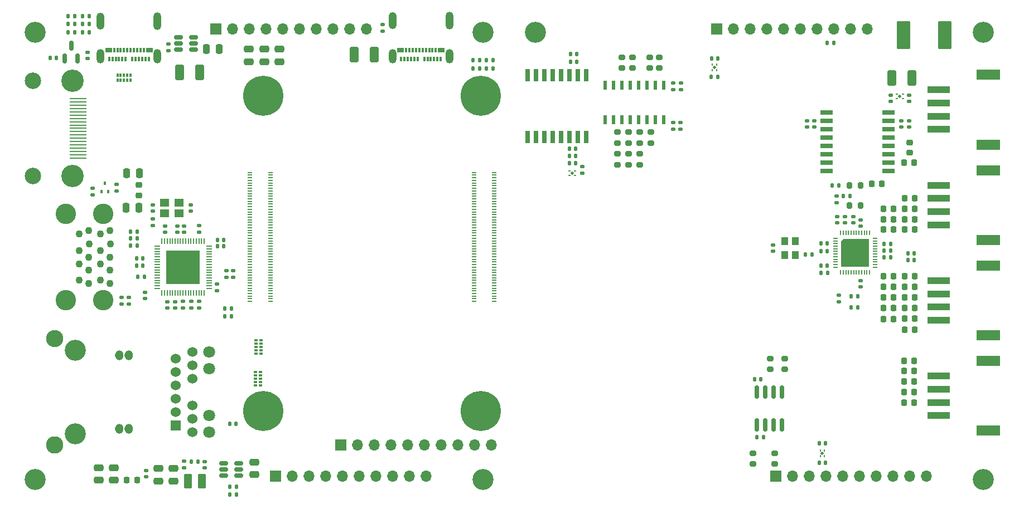
<source format=gbr>
%TF.GenerationSoftware,KiCad,Pcbnew,(6.0.8)*%
%TF.CreationDate,2022-12-14T13:01:19+09:00*%
%TF.ProjectId,audio,61756469-6f2e-46b6-9963-61645f706362,rev?*%
%TF.SameCoordinates,Original*%
%TF.FileFunction,Soldermask,Top*%
%TF.FilePolarity,Negative*%
%FSLAX46Y46*%
G04 Gerber Fmt 4.6, Leading zero omitted, Abs format (unit mm)*
G04 Created by KiCad (PCBNEW (6.0.8)) date 2022-12-14 13:01:19*
%MOMM*%
%LPD*%
G01*
G04 APERTURE LIST*
G04 Aperture macros list*
%AMRoundRect*
0 Rectangle with rounded corners*
0 $1 Rounding radius*
0 $2 $3 $4 $5 $6 $7 $8 $9 X,Y pos of 4 corners*
0 Add a 4 corners polygon primitive as box body*
4,1,4,$2,$3,$4,$5,$6,$7,$8,$9,$2,$3,0*
0 Add four circle primitives for the rounded corners*
1,1,$1+$1,$2,$3*
1,1,$1+$1,$4,$5*
1,1,$1+$1,$6,$7*
1,1,$1+$1,$8,$9*
0 Add four rect primitives between the rounded corners*
20,1,$1+$1,$2,$3,$4,$5,0*
20,1,$1+$1,$4,$5,$6,$7,0*
20,1,$1+$1,$6,$7,$8,$9,0*
20,1,$1+$1,$8,$9,$2,$3,0*%
%AMOutline5P*
0 Free polygon, 5 corners , with rotation*
0 The origin of the aperture is its center*
0 number of corners: always 5*
0 $1 to $10 corner X, Y*
0 $11 Rotation angle, in degrees counterclockwise*
0 create outline with 5 corners*
4,1,5,$1,$2,$3,$4,$5,$6,$7,$8,$9,$10,$1,$2,$11*%
%AMOutline6P*
0 Free polygon, 6 corners , with rotation*
0 The origin of the aperture is its center*
0 number of corners: always 6*
0 $1 to $12 corner X, Y*
0 $13 Rotation angle, in degrees counterclockwise*
0 create outline with 6 corners*
4,1,6,$1,$2,$3,$4,$5,$6,$7,$8,$9,$10,$11,$12,$1,$2,$13*%
%AMOutline7P*
0 Free polygon, 7 corners , with rotation*
0 The origin of the aperture is its center*
0 number of corners: always 7*
0 $1 to $14 corner X, Y*
0 $15 Rotation angle, in degrees counterclockwise*
0 create outline with 7 corners*
4,1,7,$1,$2,$3,$4,$5,$6,$7,$8,$9,$10,$11,$12,$13,$14,$1,$2,$15*%
%AMOutline8P*
0 Free polygon, 8 corners , with rotation*
0 The origin of the aperture is its center*
0 number of corners: always 8*
0 $1 to $16 corner X, Y*
0 $17 Rotation angle, in degrees counterclockwise*
0 create outline with 8 corners*
4,1,8,$1,$2,$3,$4,$5,$6,$7,$8,$9,$10,$11,$12,$13,$14,$15,$16,$1,$2,$17*%
G04 Aperture macros list end*
%ADD10C,3.200000*%
%ADD11RoundRect,0.140000X-0.170000X0.140000X-0.170000X-0.140000X0.170000X-0.140000X0.170000X0.140000X0*%
%ADD12RoundRect,0.200000X0.275000X-0.200000X0.275000X0.200000X-0.275000X0.200000X-0.275000X-0.200000X0*%
%ADD13RoundRect,0.140000X-0.140000X-0.170000X0.140000X-0.170000X0.140000X0.170000X-0.140000X0.170000X0*%
%ADD14RoundRect,0.140000X0.140000X0.170000X-0.140000X0.170000X-0.140000X-0.170000X0.140000X-0.170000X0*%
%ADD15RoundRect,0.135000X-0.135000X-0.185000X0.135000X-0.185000X0.135000X0.185000X-0.135000X0.185000X0*%
%ADD16RoundRect,0.200000X-0.275000X0.200000X-0.275000X-0.200000X0.275000X-0.200000X0.275000X0.200000X0*%
%ADD17RoundRect,0.225000X-0.225000X-0.250000X0.225000X-0.250000X0.225000X0.250000X-0.225000X0.250000X0*%
%ADD18RoundRect,0.250000X0.250000X0.475000X-0.250000X0.475000X-0.250000X-0.475000X0.250000X-0.475000X0*%
%ADD19Outline5P,-0.125000X0.200000X0.000000X0.200000X0.125000X0.075000X0.125000X-0.200000X-0.125000X-0.200000X90.000000*%
%ADD20Outline5P,-0.125000X0.075000X0.000000X0.200000X0.125000X0.200000X0.125000X-0.200000X-0.125000X-0.200000X90.000000*%
%ADD21Outline5P,-0.125000X0.200000X0.125000X0.200000X0.125000X-0.200000X0.000000X-0.200000X-0.125000X-0.075000X90.000000*%
%ADD22Outline5P,-0.125000X0.200000X0.125000X0.200000X0.125000X-0.075000X0.000000X-0.200000X-0.125000X-0.200000X90.000000*%
%ADD23Outline5P,-0.200000X0.200000X0.200000X0.200000X0.200000X-0.200000X-0.120000X-0.200000X-0.200000X-0.120000X135.000000*%
%ADD24RoundRect,0.250000X-0.787500X-1.875000X0.787500X-1.875000X0.787500X1.875000X-0.787500X1.875000X0*%
%ADD25RoundRect,0.150000X0.150000X-0.587500X0.150000X0.587500X-0.150000X0.587500X-0.150000X-0.587500X0*%
%ADD26RoundRect,0.250000X0.475000X-0.250000X0.475000X0.250000X-0.475000X0.250000X-0.475000X-0.250000X0*%
%ADD27RoundRect,0.140000X0.170000X-0.140000X0.170000X0.140000X-0.170000X0.140000X-0.170000X-0.140000X0*%
%ADD28RoundRect,0.150000X-0.512500X-0.150000X0.512500X-0.150000X0.512500X0.150000X-0.512500X0.150000X0*%
%ADD29RoundRect,0.225000X0.225000X0.250000X-0.225000X0.250000X-0.225000X-0.250000X0.225000X-0.250000X0*%
%ADD30R,3.400000X1.000000*%
%ADD31R,3.600000X1.500000*%
%ADD32R,0.300000X0.700000*%
%ADD33R,1.000000X0.700000*%
%ADD34O,1.200000X2.200000*%
%ADD35O,1.200000X2.700000*%
%ADD36O,1.200000X2.600000*%
%ADD37R,1.524000X1.524000*%
%ADD38C,1.524000*%
%ADD39C,1.800000*%
%ADD40O,1.270000X1.524000*%
%ADD41C,2.630000*%
%ADD42C,2.610000*%
%ADD43R,1.400000X1.200000*%
%ADD44RoundRect,0.250000X0.412500X0.925000X-0.412500X0.925000X-0.412500X-0.925000X0.412500X-0.925000X0*%
%ADD45C,6.100000*%
%ADD46R,0.700000X0.200000*%
%ADD47R,0.550000X0.300000*%
%ADD48R,0.550000X0.400000*%
%ADD49RoundRect,0.250000X-0.250000X-0.475000X0.250000X-0.475000X0.250000X0.475000X-0.250000X0.475000X0*%
%ADD50R,1.700000X1.700000*%
%ADD51O,1.700000X1.700000*%
%ADD52Outline5P,-0.125000X0.200000X0.000000X0.200000X0.125000X0.075000X0.125000X-0.200000X-0.125000X-0.200000X0.000000*%
%ADD53Outline5P,-0.125000X0.075000X0.000000X0.200000X0.125000X0.200000X0.125000X-0.200000X-0.125000X-0.200000X0.000000*%
%ADD54Outline5P,-0.125000X0.200000X0.125000X0.200000X0.125000X-0.200000X0.000000X-0.200000X-0.125000X-0.075000X0.000000*%
%ADD55Outline5P,-0.125000X0.200000X0.125000X0.200000X0.125000X-0.075000X0.000000X-0.200000X-0.125000X-0.200000X0.000000*%
%ADD56Outline5P,-0.200000X0.200000X0.200000X0.200000X0.200000X-0.200000X-0.120000X-0.200000X-0.200000X-0.120000X45.000000*%
%ADD57RoundRect,0.225000X0.250000X-0.225000X0.250000X0.225000X-0.250000X0.225000X-0.250000X-0.225000X0*%
%ADD58RoundRect,0.200000X0.200000X0.275000X-0.200000X0.275000X-0.200000X-0.275000X0.200000X-0.275000X0*%
%ADD59C,3.100000*%
%ADD60C,1.100000*%
%ADD61RoundRect,0.250000X-0.412500X-0.925000X0.412500X-0.925000X0.412500X0.925000X-0.412500X0.925000X0*%
%ADD62Outline5P,-0.125000X0.200000X0.000000X0.200000X0.125000X0.075000X0.125000X-0.200000X-0.125000X-0.200000X270.000000*%
%ADD63Outline5P,-0.125000X0.075000X0.000000X0.200000X0.125000X0.200000X0.125000X-0.200000X-0.125000X-0.200000X270.000000*%
%ADD64Outline5P,-0.125000X0.200000X0.125000X0.200000X0.125000X-0.200000X0.000000X-0.200000X-0.125000X-0.075000X270.000000*%
%ADD65Outline5P,-0.125000X0.200000X0.125000X0.200000X0.125000X-0.075000X0.000000X-0.200000X-0.125000X-0.200000X270.000000*%
%ADD66Outline5P,-0.200000X0.200000X0.200000X0.200000X0.200000X-0.200000X-0.120000X-0.200000X-0.200000X-0.120000X315.000000*%
%ADD67R,0.300000X0.550000*%
%ADD68R,0.400000X0.550000*%
%ADD69RoundRect,0.135000X0.135000X0.185000X-0.135000X0.185000X-0.135000X-0.185000X0.135000X-0.185000X0*%
%ADD70RoundRect,0.135000X-0.185000X0.135000X-0.185000X-0.135000X0.185000X-0.135000X0.185000X0.135000X0*%
%ADD71RoundRect,0.218750X-0.256250X0.218750X-0.256250X-0.218750X0.256250X-0.218750X0.256250X0.218750X0*%
%ADD72Outline5P,-0.125000X0.200000X0.000000X0.200000X0.125000X0.075000X0.125000X-0.200000X-0.125000X-0.200000X180.000000*%
%ADD73Outline5P,-0.125000X0.075000X0.000000X0.200000X0.125000X0.200000X0.125000X-0.200000X-0.125000X-0.200000X180.000000*%
%ADD74Outline5P,-0.125000X0.200000X0.125000X0.200000X0.125000X-0.200000X0.000000X-0.200000X-0.125000X-0.075000X180.000000*%
%ADD75Outline5P,-0.125000X0.200000X0.125000X0.200000X0.125000X-0.075000X0.000000X-0.200000X-0.125000X-0.200000X180.000000*%
%ADD76Outline5P,-0.200000X0.200000X0.200000X0.200000X0.200000X-0.200000X-0.120000X-0.200000X-0.200000X-0.120000X225.000000*%
%ADD77RoundRect,0.135000X0.185000X-0.135000X0.185000X0.135000X-0.185000X0.135000X-0.185000X-0.135000X0*%
%ADD78RoundRect,0.150000X0.150000X-0.825000X0.150000X0.825000X-0.150000X0.825000X-0.150000X-0.825000X0*%
%ADD79R,0.400000X0.510000*%
%ADD80R,2.600000X0.280000*%
%ADD81C,3.400000*%
%ADD82C,2.500000*%
%ADD83R,0.558000X1.391399*%
%ADD84R,0.800000X0.200000*%
%ADD85R,0.200000X0.800000*%
%ADD86Outline5P,-2.100000X1.750000X-1.750000X2.100000X2.100000X2.100000X2.100000X-2.100000X-2.100000X-2.100000X0.000000*%
%ADD87RoundRect,0.218750X0.218750X0.256250X-0.218750X0.256250X-0.218750X-0.256250X0.218750X-0.256250X0*%
%ADD88RoundRect,0.200000X-0.200000X-0.275000X0.200000X-0.275000X0.200000X0.275000X-0.200000X0.275000X0*%
%ADD89RoundRect,0.150000X0.512500X0.150000X-0.512500X0.150000X-0.512500X-0.150000X0.512500X-0.150000X0*%
%ADD90R,1.925000X0.650000*%
%ADD91R,1.100000X1.300000*%
%ADD92RoundRect,0.050000X0.050000X-0.362500X0.050000X0.362500X-0.050000X0.362500X-0.050000X-0.362500X0*%
%ADD93RoundRect,0.050000X0.362500X-0.050000X0.362500X0.050000X-0.362500X0.050000X-0.362500X-0.050000X0*%
%ADD94R,5.200000X5.200000*%
%ADD95RoundRect,0.250000X0.375000X0.850000X-0.375000X0.850000X-0.375000X-0.850000X0.375000X-0.850000X0*%
%ADD96R,0.650000X1.925000*%
G04 APERTURE END LIST*
D10*
%TO.C,REF\u002A\u002A*%
X147500000Y-71500000D03*
%TD*%
%TO.C,REF\u002A\u002A*%
X147500000Y-3500000D03*
%TD*%
%TO.C,REF\u002A\u002A*%
X79500000Y-3500000D03*
%TD*%
%TO.C,REF\u002A\u002A*%
X71500000Y-3500000D03*
%TD*%
%TO.C,REF\u002A\u002A*%
X71500000Y-71500000D03*
%TD*%
%TO.C,REF\u002A\u002A*%
X3500000Y-71500000D03*
%TD*%
%TO.C,REF\u002A\u002A*%
X3500000Y-3500000D03*
%TD*%
D11*
%TO.C,C10*%
X28400000Y-44420000D03*
X28400000Y-45380000D03*
%TD*%
D12*
%TO.C,R53*%
X91900000Y-20325000D03*
X91900000Y-18675000D03*
%TD*%
D13*
%TO.C,C62*%
X113120000Y-65000000D03*
X114080000Y-65000000D03*
%TD*%
D14*
%TO.C,C78*%
X123537500Y-66010000D03*
X122577500Y-66010000D03*
%TD*%
D15*
%TO.C,R1*%
X33090000Y-73800000D03*
X34110000Y-73800000D03*
%TD*%
D16*
%TO.C,R43*%
X96800000Y-7275000D03*
X96800000Y-8925000D03*
%TD*%
D13*
%TO.C,C51*%
X136020000Y-38100000D03*
X136980000Y-38100000D03*
%TD*%
D17*
%TO.C,C87*%
X135525000Y-33500000D03*
X137075000Y-33500000D03*
%TD*%
D18*
%TO.C,C8*%
X19250000Y-30200000D03*
X17350000Y-30200000D03*
%TD*%
D13*
%TO.C,C57*%
X132420000Y-35680000D03*
X133380000Y-35680000D03*
%TD*%
D19*
%TO.C,U12*%
X85530000Y-25210000D03*
D20*
X85530000Y-24560000D03*
D21*
X84630000Y-24560000D03*
D22*
X84630000Y-25210000D03*
D23*
X85080000Y-24885000D03*
%TD*%
D24*
%TO.C,C79*%
X135387500Y-3900000D03*
X141612500Y-3900000D03*
%TD*%
D17*
%TO.C,C106*%
X135425000Y-23300000D03*
X136975000Y-23300000D03*
%TD*%
D25*
%TO.C,U1*%
X8050000Y-7437500D03*
X9950000Y-7437500D03*
X9000000Y-5562500D03*
%TD*%
D15*
%TO.C,R33*%
X127390000Y-43600000D03*
X128410000Y-43600000D03*
%TD*%
D26*
%TO.C,C18*%
X40600000Y-7950000D03*
X40600000Y-6050000D03*
%TD*%
D27*
%TO.C,C21*%
X20400000Y-71080000D03*
X20400000Y-70120000D03*
%TD*%
D28*
%TO.C,U8*%
X32182500Y-69020000D03*
X32182500Y-69970000D03*
X32182500Y-70920000D03*
X34457500Y-70920000D03*
X34457500Y-69970000D03*
X34457500Y-69020000D03*
%TD*%
D17*
%TO.C,C112*%
X135525000Y-28700000D03*
X137075000Y-28700000D03*
%TD*%
D29*
%TO.C,C109*%
X133875000Y-31900000D03*
X132325000Y-31900000D03*
%TD*%
D30*
%TO.C,J14*%
X140700000Y-18250000D03*
X140700000Y-16250000D03*
X140700000Y-14250000D03*
X140700000Y-12250000D03*
D31*
X148200000Y-20550000D03*
X148200000Y-9950000D03*
%TD*%
D27*
%TO.C,C2*%
X11500000Y-7480000D03*
X11500000Y-6520000D03*
%TD*%
%TO.C,C38*%
X17770000Y-44790000D03*
X17770000Y-43830000D03*
%TD*%
D12*
%TO.C,R49*%
X117300000Y-54725000D03*
X117300000Y-53075000D03*
%TD*%
D27*
%TO.C,C68*%
X120700000Y-17880000D03*
X120700000Y-16920000D03*
%TD*%
%TO.C,C37*%
X16670000Y-44790000D03*
X16670000Y-43830000D03*
%TD*%
D29*
%TO.C,C97*%
X136975000Y-56600000D03*
X135425000Y-56600000D03*
%TD*%
D32*
%TO.C,J5*%
X65100000Y-7520000D03*
X64600000Y-7520000D03*
X64100000Y-7520000D03*
X63600000Y-7520000D03*
X63100000Y-7520000D03*
X62600000Y-7520000D03*
X61600000Y-7520000D03*
X61100000Y-7520000D03*
X60600000Y-7520000D03*
X60100000Y-7520000D03*
X59600000Y-7520000D03*
X59100000Y-7520000D03*
D33*
X59000000Y-6220000D03*
D32*
X59850000Y-6220000D03*
X60350000Y-6220000D03*
X60850000Y-6220000D03*
X61350000Y-6220000D03*
X61850000Y-6220000D03*
X62350000Y-6220000D03*
X62850000Y-6220000D03*
X63350000Y-6220000D03*
X63850000Y-6220000D03*
X64350000Y-6220000D03*
D33*
X65200000Y-6220000D03*
D34*
X66420000Y-7110000D03*
X57780000Y-7110000D03*
D35*
X66420000Y-1750000D03*
D36*
X57780000Y-1750000D03*
%TD*%
D10*
%TO.C,J2*%
X9637500Y-51807500D03*
X9637500Y-64507500D03*
D37*
X24877500Y-63237500D03*
D38*
X24877500Y-61205500D03*
X24877500Y-59173500D03*
X24877500Y-57141500D03*
X24877500Y-55109500D03*
X24877500Y-53077500D03*
X27417500Y-64253500D03*
X27417500Y-62221500D03*
X27417500Y-60189500D03*
X27417500Y-56125500D03*
X27417500Y-54093500D03*
X27417500Y-52061500D03*
D39*
X29957500Y-64253500D03*
X29957500Y-61713500D03*
X29957500Y-54601500D03*
X29957500Y-52061500D03*
D40*
X17767500Y-63752500D03*
X17767500Y-52572500D03*
X16297500Y-63752500D03*
X16297500Y-52572500D03*
D41*
X6462500Y-66222000D03*
D42*
X6462500Y-50093000D03*
%TD*%
D43*
%TO.C,Y1*%
X25400000Y-29390000D03*
X23200000Y-29390000D03*
X23200000Y-30990000D03*
X25400000Y-30990000D03*
%TD*%
D26*
%TO.C,C25*%
X36000000Y-7950000D03*
X36000000Y-6050000D03*
%TD*%
D13*
%TO.C,C41*%
X84620000Y-23400000D03*
X85580000Y-23400000D03*
%TD*%
D44*
%TO.C,C14*%
X28537500Y-9600000D03*
X25462500Y-9600000D03*
%TD*%
D15*
%TO.C,R14*%
X8490000Y-3500000D03*
X9510000Y-3500000D03*
%TD*%
D11*
%TO.C,C5*%
X32590000Y-39750000D03*
X32590000Y-40710000D03*
%TD*%
D14*
%TO.C,C22*%
X19870000Y-37870000D03*
X18910000Y-37870000D03*
%TD*%
D44*
%TO.C,C73*%
X55037500Y-6900000D03*
X51962500Y-6900000D03*
%TD*%
D15*
%TO.C,R35*%
X123750000Y-5090000D03*
X124770000Y-5090000D03*
%TD*%
D27*
%TO.C,C71*%
X135025000Y-17880000D03*
X135025000Y-16920000D03*
%TD*%
D45*
%TO.C,CM4_MODULE1*%
X71200000Y-61100000D03*
X71200000Y-13100000D03*
X38200000Y-61100000D03*
X38200000Y-13100000D03*
D46*
X73240000Y-44400000D03*
X70160000Y-44400000D03*
X73240000Y-44000000D03*
X70160000Y-44000000D03*
X73240000Y-43600000D03*
X70160000Y-43600000D03*
X73240000Y-43200000D03*
X70160000Y-43200000D03*
X73240000Y-42800000D03*
X70160000Y-42800000D03*
X73240000Y-42400000D03*
X70160000Y-42400000D03*
X73240000Y-42000000D03*
X70160000Y-42000000D03*
X73240000Y-41600000D03*
X70160000Y-41600000D03*
X73240000Y-41200000D03*
X70160000Y-41200000D03*
X73240000Y-40800000D03*
X70160000Y-40800000D03*
X73240000Y-40400000D03*
X70160000Y-40400000D03*
X73240000Y-40000000D03*
X70160000Y-40000000D03*
X73240000Y-39600000D03*
X70160000Y-39600000D03*
X73240000Y-39200000D03*
X70160000Y-39200000D03*
X73240000Y-38800000D03*
X70160000Y-38800000D03*
X73240000Y-38400000D03*
X70160000Y-38400000D03*
X73240000Y-38000000D03*
X70160000Y-38000000D03*
X73240000Y-37600000D03*
X70160000Y-37600000D03*
X73240000Y-37200000D03*
X70160000Y-37200000D03*
X73240000Y-36800000D03*
X70160000Y-36800000D03*
X73240000Y-36400000D03*
X70160000Y-36400000D03*
X73240000Y-36000000D03*
X70160000Y-36000000D03*
X73240000Y-35600000D03*
X70160000Y-35600000D03*
X73240000Y-35200000D03*
X70160000Y-35200000D03*
X73240000Y-34800000D03*
X70160000Y-34800000D03*
X73240000Y-34400000D03*
X70160000Y-34400000D03*
X73240000Y-34000000D03*
X70160000Y-34000000D03*
X73240000Y-33600000D03*
X70160000Y-33600000D03*
X73240000Y-33200000D03*
X70160000Y-33200000D03*
X73240000Y-32800000D03*
X70160000Y-32800000D03*
X73240000Y-32400000D03*
X70160000Y-32400000D03*
X73240000Y-32000000D03*
X70160000Y-32000000D03*
X73240000Y-31600000D03*
X70160000Y-31600000D03*
X73240000Y-31200000D03*
X70160000Y-31200000D03*
X73240000Y-30800000D03*
X70160000Y-30800000D03*
X73240000Y-30400000D03*
X70160000Y-30400000D03*
X73240000Y-30000000D03*
X70160000Y-30000000D03*
X73240000Y-29600000D03*
X70160000Y-29600000D03*
X73240000Y-29200000D03*
X70160000Y-29200000D03*
X73240000Y-28800000D03*
X70160000Y-28800000D03*
X73240000Y-28400000D03*
X70160000Y-28400000D03*
X73240000Y-28000000D03*
X70160000Y-28000000D03*
X73240000Y-27600000D03*
X70160000Y-27600000D03*
X73240000Y-27200000D03*
X70160000Y-27200000D03*
X73240000Y-26800000D03*
X70160000Y-26800000D03*
X73240000Y-26400000D03*
X70160000Y-26400000D03*
X73240000Y-26000000D03*
X70160000Y-26000000D03*
X73240000Y-25600000D03*
X70160000Y-25600000D03*
X73240000Y-25200000D03*
X70160000Y-25200000D03*
X73240000Y-24800000D03*
X70160000Y-24800000D03*
X39240000Y-44400000D03*
X36160000Y-44400000D03*
X39240000Y-44000000D03*
X36160000Y-44000000D03*
X39240000Y-43600000D03*
X36160000Y-43600000D03*
X39240000Y-43200000D03*
X36160000Y-43200000D03*
X39240000Y-42800000D03*
X36160000Y-42800000D03*
X39240000Y-42400000D03*
X36160000Y-42400000D03*
X39240000Y-42000000D03*
X36160000Y-42000000D03*
X39240000Y-41600000D03*
X36160000Y-41600000D03*
X39240000Y-41200000D03*
X36160000Y-41200000D03*
X39240000Y-40800000D03*
X36160000Y-40800000D03*
X39240000Y-40400000D03*
X36160000Y-40400000D03*
X39240000Y-40000000D03*
X36160000Y-40000000D03*
X39240000Y-39600000D03*
X36160000Y-39600000D03*
X39240000Y-39200000D03*
X36160000Y-39200000D03*
X39240000Y-38800000D03*
X36160000Y-38800000D03*
X39240000Y-38400000D03*
X36160000Y-38400000D03*
X39240000Y-38000000D03*
X36160000Y-38000000D03*
X39240000Y-37600000D03*
X36160000Y-37600000D03*
X39240000Y-37200000D03*
X36160000Y-37200000D03*
X39240000Y-36800000D03*
X36160000Y-36800000D03*
X39240000Y-36400000D03*
X36160000Y-36400000D03*
X39240000Y-36000000D03*
X36160000Y-36000000D03*
X39240000Y-35600000D03*
X36160000Y-35600000D03*
X39240000Y-35200000D03*
X36160000Y-35200000D03*
X39240000Y-34800000D03*
X36160000Y-34800000D03*
X39240000Y-34400000D03*
X36160000Y-34400000D03*
X39240000Y-34000000D03*
X36160000Y-34000000D03*
X39240000Y-33600000D03*
X36160000Y-33600000D03*
X39240000Y-33200000D03*
X36160000Y-33200000D03*
X39240000Y-32800000D03*
X36160000Y-32800000D03*
X39240000Y-32400000D03*
X36160000Y-32400000D03*
X39240000Y-32000000D03*
X36160000Y-32000000D03*
X39240000Y-31600000D03*
X36160000Y-31600000D03*
X39240000Y-31200000D03*
X36160000Y-31200000D03*
X39240000Y-30800000D03*
X36160000Y-30800000D03*
X39240000Y-30400000D03*
X36160000Y-30400000D03*
X39240000Y-30000000D03*
X36160000Y-30000000D03*
X39240000Y-29600000D03*
X36160000Y-29600000D03*
X39240000Y-29200000D03*
X36160000Y-29200000D03*
X39240000Y-28800000D03*
X36160000Y-28800000D03*
X39240000Y-28400000D03*
X36160000Y-28400000D03*
X39240000Y-28000000D03*
X36160000Y-28000000D03*
X39240000Y-27600000D03*
X36160000Y-27600000D03*
X39240000Y-27200000D03*
X36160000Y-27200000D03*
X39240000Y-26800000D03*
X36160000Y-26800000D03*
X39240000Y-26400000D03*
X36160000Y-26400000D03*
X39240000Y-26000000D03*
X36160000Y-26000000D03*
X39240000Y-25600000D03*
X36160000Y-25600000D03*
X39240000Y-25200000D03*
X36160000Y-25200000D03*
X39240000Y-24800000D03*
X36160000Y-24800000D03*
%TD*%
D47*
%TO.C,U5*%
X37775000Y-57140000D03*
X37775000Y-56640000D03*
D48*
X37775000Y-56140000D03*
D47*
X37775000Y-55640000D03*
X37775000Y-55140000D03*
X37005000Y-55140000D03*
X37005000Y-55640000D03*
D48*
X37005000Y-56140000D03*
D47*
X37005000Y-56640000D03*
X37005000Y-57140000D03*
%TD*%
D49*
%TO.C,C3*%
X29550000Y-6000000D03*
X31450000Y-6000000D03*
%TD*%
D11*
%TO.C,C54*%
X128800000Y-41220000D03*
X128800000Y-42180000D03*
%TD*%
%TO.C,C13*%
X31130000Y-41790000D03*
X31130000Y-42750000D03*
%TD*%
D50*
%TO.C,J6*%
X31000000Y-3000000D03*
D51*
X33540000Y-3000000D03*
X36080000Y-3000000D03*
X38620000Y-3000000D03*
X41160000Y-3000000D03*
X43700000Y-3000000D03*
X46240000Y-3000000D03*
X48780000Y-3000000D03*
X51320000Y-3000000D03*
X53860000Y-3000000D03*
%TD*%
D14*
%TO.C,C46*%
X123780000Y-35600000D03*
X122820000Y-35600000D03*
%TD*%
D13*
%TO.C,C76*%
X106180000Y-10220000D03*
X107140000Y-10220000D03*
%TD*%
D12*
%TO.C,R48*%
X115100000Y-54725000D03*
X115100000Y-53075000D03*
%TD*%
D52*
%TO.C,U13*%
X106355000Y-9270000D03*
D53*
X107005000Y-9270000D03*
D54*
X107005000Y-8370000D03*
D55*
X106355000Y-8370000D03*
D56*
X106680000Y-8820000D03*
%TD*%
D57*
%TO.C,C115*%
X136300000Y-21775000D03*
X136300000Y-20225000D03*
%TD*%
D27*
%TO.C,C45*%
X127700000Y-32480000D03*
X127700000Y-31520000D03*
%TD*%
D58*
%TO.C,R25*%
X128825000Y-29800000D03*
X127175000Y-29800000D03*
%TD*%
D29*
%TO.C,C86*%
X133875000Y-42200000D03*
X132325000Y-42200000D03*
%TD*%
D15*
%TO.C,R11*%
X32290000Y-45500000D03*
X33310000Y-45500000D03*
%TD*%
%TO.C,R27*%
X120420000Y-37290000D03*
X121440000Y-37290000D03*
%TD*%
D14*
%TO.C,C1*%
X6780000Y-7400000D03*
X5820000Y-7400000D03*
%TD*%
D59*
%TO.C,J3*%
X8200000Y-44240000D03*
X13880000Y-44240000D03*
X8200000Y-31100000D03*
X13880000Y-31100000D03*
D60*
X10200000Y-34170000D03*
X10200000Y-36670000D03*
X10200000Y-38670000D03*
X10200000Y-41170000D03*
X11700000Y-41670000D03*
X11700000Y-39670000D03*
X11700000Y-37670000D03*
X11750000Y-35670000D03*
X11700000Y-33670000D03*
X13400000Y-34170000D03*
X13400000Y-36670000D03*
X13400000Y-38670000D03*
X13400000Y-41170000D03*
X14900000Y-41670000D03*
X14900000Y-39670000D03*
X14900000Y-37670000D03*
X14950000Y-35670000D03*
X14900000Y-33670000D03*
%TD*%
D50*
%TO.C,J10*%
X49960000Y-66250000D03*
D51*
X52500000Y-66250000D03*
X55040000Y-66250000D03*
X57580000Y-66250000D03*
X60120000Y-66250000D03*
X62660000Y-66250000D03*
X65200000Y-66250000D03*
X67740000Y-66250000D03*
X70280000Y-66250000D03*
X72820000Y-66250000D03*
%TD*%
D16*
%TO.C,R44*%
X94200000Y-7275000D03*
X94200000Y-8925000D03*
%TD*%
D29*
%TO.C,C96*%
X136975000Y-58200000D03*
X135425000Y-58200000D03*
%TD*%
D47*
%TO.C,U6*%
X37800000Y-52330000D03*
X37800000Y-51830000D03*
D48*
X37800000Y-51330000D03*
D47*
X37800000Y-50830000D03*
X37800000Y-50330000D03*
X37030000Y-50330000D03*
X37030000Y-50830000D03*
D48*
X37030000Y-51330000D03*
D47*
X37030000Y-51830000D03*
X37030000Y-52330000D03*
%TD*%
D27*
%TO.C,C44*%
X125300000Y-32480000D03*
X125300000Y-31520000D03*
%TD*%
D15*
%TO.C,R21*%
X71990000Y-9000000D03*
X73010000Y-9000000D03*
%TD*%
D61*
%TO.C,C82*%
X133562500Y-10400000D03*
X136637500Y-10400000D03*
%TD*%
D13*
%TO.C,C15*%
X31210000Y-35040000D03*
X32170000Y-35040000D03*
%TD*%
D15*
%TO.C,R18*%
X10740000Y-1000000D03*
X11760000Y-1000000D03*
%TD*%
D11*
%TO.C,C58*%
X101600000Y-11220000D03*
X101600000Y-12180000D03*
%TD*%
D13*
%TO.C,C63*%
X84620000Y-21200000D03*
X85580000Y-21200000D03*
%TD*%
D16*
%TO.C,R46*%
X112500000Y-67475000D03*
X112500000Y-69125000D03*
%TD*%
D12*
%TO.C,R51*%
X93600000Y-20325000D03*
X93600000Y-18675000D03*
%TD*%
D11*
%TO.C,C33*%
X26000000Y-44420000D03*
X26000000Y-45380000D03*
%TD*%
D14*
%TO.C,C77*%
X123507500Y-68920000D03*
X122547500Y-68920000D03*
%TD*%
%TO.C,C65*%
X113680000Y-56200000D03*
X112720000Y-56200000D03*
%TD*%
D15*
%TO.C,R20*%
X69990000Y-7750000D03*
X71010000Y-7750000D03*
%TD*%
D62*
%TO.C,U11*%
X134350000Y-12875000D03*
D63*
X134350000Y-13525000D03*
D64*
X135250000Y-13525000D03*
D65*
X135250000Y-12875000D03*
D66*
X134800000Y-13200000D03*
%TD*%
D17*
%TO.C,C99*%
X135525000Y-31900000D03*
X137075000Y-31900000D03*
%TD*%
D67*
%TO.C,U7*%
X16020000Y-10795000D03*
X16520000Y-10795000D03*
D68*
X17020000Y-10795000D03*
D67*
X17520000Y-10795000D03*
X18020000Y-10795000D03*
X18020000Y-10025000D03*
X17520000Y-10025000D03*
D68*
X17020000Y-10025000D03*
D67*
X16520000Y-10025000D03*
X16020000Y-10025000D03*
%TD*%
D69*
%TO.C,R24*%
X127210000Y-28400000D03*
X126190000Y-28400000D03*
%TD*%
D13*
%TO.C,C60*%
X84820000Y-6800000D03*
X85780000Y-6800000D03*
%TD*%
D29*
%TO.C,C108*%
X133875000Y-30300000D03*
X132325000Y-30300000D03*
%TD*%
D30*
%TO.C,J13*%
X140700000Y-32750000D03*
X140700000Y-30750000D03*
X140700000Y-28750000D03*
X140700000Y-26750000D03*
D31*
X148200000Y-35050000D03*
X148200000Y-24450000D03*
%TD*%
D69*
%TO.C,R12*%
X11760000Y-3500000D03*
X10740000Y-3500000D03*
%TD*%
D16*
%TO.C,R45*%
X92600000Y-7275000D03*
X92600000Y-8925000D03*
%TD*%
D13*
%TO.C,C53*%
X132420000Y-37700000D03*
X133380000Y-37700000D03*
%TD*%
D12*
%TO.C,R50*%
X97000000Y-20325000D03*
X97000000Y-18675000D03*
%TD*%
D13*
%TO.C,C61*%
X84820000Y-8000000D03*
X85780000Y-8000000D03*
%TD*%
D70*
%TO.C,R7*%
X26170000Y-68690000D03*
X26170000Y-69710000D03*
%TD*%
D69*
%TO.C,R22*%
X73010000Y-7750000D03*
X71990000Y-7750000D03*
%TD*%
D26*
%TO.C,C17*%
X24500000Y-71690000D03*
X24500000Y-69790000D03*
%TD*%
D13*
%TO.C,C35*%
X18050000Y-33790000D03*
X19010000Y-33790000D03*
%TD*%
D15*
%TO.C,R13*%
X10740000Y-2250000D03*
X11760000Y-2250000D03*
%TD*%
D70*
%TO.C,R31*%
X125200000Y-28390000D03*
X125200000Y-29410000D03*
%TD*%
D11*
%TO.C,C66*%
X101500000Y-17220000D03*
X101500000Y-18180000D03*
%TD*%
D71*
%TO.C,L1*%
X19300000Y-26712500D03*
X19300000Y-28287500D03*
%TD*%
D72*
%TO.C,U14*%
X123357500Y-67040000D03*
D73*
X122707500Y-67040000D03*
D74*
X122707500Y-67940000D03*
D75*
X123357500Y-67940000D03*
D76*
X123032500Y-67490000D03*
%TD*%
D14*
%TO.C,C47*%
X123780000Y-39000000D03*
X122820000Y-39000000D03*
%TD*%
D17*
%TO.C,C103*%
X130525000Y-26500000D03*
X132075000Y-26500000D03*
%TD*%
D30*
%TO.C,J12*%
X140700000Y-47250000D03*
X140700000Y-45250000D03*
X140700000Y-43250000D03*
X140700000Y-41250000D03*
D31*
X148200000Y-49550000D03*
X148200000Y-38950000D03*
%TD*%
D70*
%TO.C,R5*%
X23750000Y-5240000D03*
X23750000Y-6260000D03*
%TD*%
D77*
%TO.C,R3*%
X12260000Y-28200000D03*
X12260000Y-27180000D03*
%TD*%
D11*
%TO.C,C50*%
X136200000Y-13020000D03*
X136200000Y-13980000D03*
%TD*%
D14*
%TO.C,C30*%
X19880000Y-39000000D03*
X18920000Y-39000000D03*
%TD*%
D77*
%TO.C,R26*%
X125520000Y-44430000D03*
X125520000Y-43410000D03*
%TD*%
D15*
%TO.C,R6*%
X27210000Y-68750000D03*
X28230000Y-68750000D03*
%TD*%
D17*
%TO.C,C89*%
X135525000Y-45400000D03*
X137075000Y-45400000D03*
%TD*%
D69*
%TO.C,R23*%
X125510000Y-26800000D03*
X124490000Y-26800000D03*
%TD*%
D17*
%TO.C,C80*%
X135525000Y-42200000D03*
X137075000Y-42200000D03*
%TD*%
D16*
%TO.C,R42*%
X98300000Y-7275000D03*
X98300000Y-8925000D03*
%TD*%
D69*
%TO.C,R2*%
X34110000Y-72560000D03*
X33090000Y-72560000D03*
%TD*%
D14*
%TO.C,C29*%
X19010000Y-35930000D03*
X18050000Y-35930000D03*
%TD*%
D15*
%TO.C,R34*%
X127390000Y-45300000D03*
X128410000Y-45300000D03*
%TD*%
D11*
%TO.C,C72*%
X27200000Y-44420000D03*
X27200000Y-45380000D03*
%TD*%
D12*
%TO.C,R52*%
X95300000Y-20325000D03*
X95300000Y-18675000D03*
%TD*%
D27*
%TO.C,C59*%
X100400000Y-12180000D03*
X100400000Y-11220000D03*
%TD*%
D78*
%TO.C,U2*%
X113095000Y-63175000D03*
X114365000Y-63175000D03*
X115635000Y-63175000D03*
X116905000Y-63175000D03*
X116905000Y-58225000D03*
X115635000Y-58225000D03*
X114365000Y-58225000D03*
X113095000Y-58225000D03*
%TD*%
D13*
%TO.C,C36*%
X18050000Y-34790000D03*
X19010000Y-34790000D03*
%TD*%
D17*
%TO.C,C90*%
X135525000Y-47000000D03*
X137075000Y-47000000D03*
%TD*%
D79*
%TO.C,Q1*%
X13600000Y-27745000D03*
X14600000Y-27745000D03*
X14100000Y-26455000D03*
%TD*%
D27*
%TO.C,C55*%
X128800000Y-32980000D03*
X128800000Y-32020000D03*
%TD*%
D26*
%TO.C,C20*%
X38300000Y-7950000D03*
X38300000Y-6050000D03*
%TD*%
D77*
%TO.C,R36*%
X56270000Y-3340000D03*
X56270000Y-2320000D03*
%TD*%
D13*
%TO.C,C52*%
X136020000Y-37100000D03*
X136980000Y-37100000D03*
%TD*%
D80*
%TO.C,J1*%
X10028500Y-22592500D03*
X10028500Y-22092500D03*
X10028500Y-21592500D03*
X10028500Y-21092500D03*
X10028500Y-20592500D03*
X10028500Y-20092500D03*
X10028500Y-19592500D03*
X10028500Y-19092500D03*
X10028500Y-18592500D03*
X10028500Y-18092500D03*
X10028500Y-17592500D03*
X10028500Y-17092500D03*
X10028500Y-16592500D03*
X10028500Y-16092500D03*
X10028500Y-15592500D03*
X10028500Y-15092500D03*
X10028500Y-14592500D03*
X10028500Y-14092500D03*
X10028500Y-13592500D03*
D81*
X9228500Y-10842500D03*
X9228500Y-25342500D03*
D82*
X3228500Y-10842500D03*
X3228500Y-25342500D03*
%TD*%
D30*
%TO.C,J11*%
X140700000Y-61750000D03*
X140700000Y-59750000D03*
X140700000Y-57750000D03*
X140700000Y-55750000D03*
D31*
X148200000Y-64050000D03*
X148200000Y-53450000D03*
%TD*%
D11*
%TO.C,C19*%
X20170000Y-43030000D03*
X20170000Y-43990000D03*
%TD*%
D18*
%TO.C,C4*%
X19350000Y-24900000D03*
X17450000Y-24900000D03*
%TD*%
D83*
%TO.C,U9*%
X98945000Y-11495380D03*
X97675000Y-11495380D03*
X96405000Y-11495380D03*
X95135000Y-11495380D03*
X93865000Y-11495380D03*
X92595000Y-11495380D03*
X91325000Y-11495380D03*
X90055000Y-11495380D03*
X90055000Y-16798376D03*
X91325000Y-16798376D03*
X92595000Y-16798376D03*
X93865000Y-16798376D03*
X95135000Y-16798376D03*
X96405000Y-16798376D03*
X97675000Y-16798376D03*
X98945000Y-16798376D03*
%TD*%
D27*
%TO.C,C23*%
X23250000Y-33880000D03*
X23250000Y-32920000D03*
%TD*%
D17*
%TO.C,C81*%
X135525000Y-43800000D03*
X137075000Y-43800000D03*
%TD*%
D84*
%TO.C,U10*%
X125000000Y-34800000D03*
X125000000Y-35200000D03*
X125000000Y-35600000D03*
X125000000Y-36000000D03*
X125000000Y-36400000D03*
X125000000Y-36800000D03*
X125000000Y-37200000D03*
X125000000Y-37600000D03*
X125000000Y-38000000D03*
X125000000Y-38400000D03*
X125000000Y-38800000D03*
X125000000Y-39200000D03*
D85*
X125800000Y-40000000D03*
X126200000Y-40000000D03*
X126600000Y-40000000D03*
X127000000Y-40000000D03*
X127400000Y-40000000D03*
X127800000Y-40000000D03*
X128200000Y-40000000D03*
X128600000Y-40000000D03*
X129000000Y-40000000D03*
X129400000Y-40000000D03*
X129800000Y-40000000D03*
X130200000Y-40000000D03*
D84*
X131000000Y-39200000D03*
X131000000Y-38800000D03*
X131000000Y-38400000D03*
X131000000Y-38000000D03*
X131000000Y-37600000D03*
X131000000Y-37200000D03*
X131000000Y-36800000D03*
X131000000Y-36400000D03*
X131000000Y-36000000D03*
X131000000Y-35600000D03*
X131000000Y-35200000D03*
X131000000Y-34800000D03*
D85*
X130200000Y-34000000D03*
X129800000Y-34000000D03*
X129400000Y-34000000D03*
X129000000Y-34000000D03*
X128600000Y-34000000D03*
X128200000Y-34000000D03*
X127800000Y-34000000D03*
X127400000Y-34000000D03*
X127000000Y-34000000D03*
X126600000Y-34000000D03*
X126200000Y-34000000D03*
X125800000Y-34000000D03*
D86*
X128000000Y-37000000D03*
%TD*%
D13*
%TO.C,C64*%
X84620000Y-22300000D03*
X85580000Y-22300000D03*
%TD*%
D29*
%TO.C,C83*%
X136975000Y-55000000D03*
X135425000Y-55000000D03*
%TD*%
D87*
%TO.C,L3*%
X19007500Y-71550000D03*
X17432500Y-71550000D03*
%TD*%
D29*
%TO.C,C88*%
X133875000Y-33500000D03*
X132325000Y-33500000D03*
%TD*%
D88*
%TO.C,R32*%
X127175000Y-26800000D03*
X128825000Y-26800000D03*
%TD*%
D13*
%TO.C,C75*%
X106210000Y-7460000D03*
X107170000Y-7460000D03*
%TD*%
D11*
%TO.C,C11*%
X27185000Y-29710000D03*
X27185000Y-30670000D03*
%TD*%
D27*
%TO.C,C69*%
X121800000Y-17880000D03*
X121800000Y-16920000D03*
%TD*%
D77*
%TO.C,R4*%
X15900000Y-27610000D03*
X15900000Y-26590000D03*
%TD*%
%TO.C,R8*%
X21400000Y-32910000D03*
X21400000Y-31890000D03*
%TD*%
D29*
%TO.C,C85*%
X133875000Y-47100000D03*
X132325000Y-47100000D03*
%TD*%
D16*
%TO.C,R28*%
X95300000Y-21975000D03*
X95300000Y-23625000D03*
%TD*%
D89*
%TO.C,U4*%
X27537500Y-6150000D03*
X27537500Y-5200000D03*
X27537500Y-4250000D03*
X25262500Y-4250000D03*
X25262500Y-5200000D03*
X25262500Y-6150000D03*
%TD*%
D11*
%TO.C,C6*%
X33590000Y-39750000D03*
X33590000Y-40710000D03*
%TD*%
D29*
%TO.C,C84*%
X133875000Y-40600000D03*
X132325000Y-40600000D03*
%TD*%
D27*
%TO.C,C28*%
X26150000Y-33880000D03*
X26150000Y-32920000D03*
%TD*%
D17*
%TO.C,C91*%
X135525000Y-48700000D03*
X137075000Y-48700000D03*
%TD*%
D16*
%TO.C,R29*%
X91900000Y-21975000D03*
X91900000Y-23625000D03*
%TD*%
D27*
%TO.C,C12*%
X29280000Y-69720000D03*
X29280000Y-68760000D03*
%TD*%
D11*
%TO.C,C32*%
X23600000Y-44430000D03*
X23600000Y-45390000D03*
%TD*%
D13*
%TO.C,C56*%
X132420000Y-36670000D03*
X133380000Y-36670000D03*
%TD*%
D29*
%TO.C,C93*%
X133875000Y-43800000D03*
X132325000Y-43800000D03*
%TD*%
D17*
%TO.C,C92*%
X135525000Y-40600000D03*
X137075000Y-40600000D03*
%TD*%
D27*
%TO.C,C16*%
X21415000Y-30700000D03*
X21415000Y-29740000D03*
%TD*%
%TO.C,C74*%
X115520000Y-36770000D03*
X115520000Y-35810000D03*
%TD*%
D90*
%TO.C,PS2*%
X123688000Y-15655000D03*
X123688000Y-16925000D03*
X123688000Y-18195000D03*
X123688000Y-19465000D03*
X123688000Y-20735000D03*
X123688000Y-22005000D03*
X123688000Y-23275000D03*
X123688000Y-24545000D03*
X133112000Y-24545000D03*
X133112000Y-23275000D03*
X133112000Y-22005000D03*
X133112000Y-20735000D03*
X133112000Y-19465000D03*
X133112000Y-18195000D03*
X133112000Y-16925000D03*
X133112000Y-15655000D03*
%TD*%
D13*
%TO.C,C39*%
X33040000Y-63000000D03*
X34000000Y-63000000D03*
%TD*%
D15*
%TO.C,R17*%
X122790000Y-40100000D03*
X123810000Y-40100000D03*
%TD*%
D14*
%TO.C,C34*%
X20100000Y-40680000D03*
X19140000Y-40680000D03*
%TD*%
D69*
%TO.C,R19*%
X71010000Y-9000000D03*
X69990000Y-9000000D03*
%TD*%
D27*
%TO.C,C67*%
X100400000Y-18180000D03*
X100400000Y-17220000D03*
%TD*%
D50*
%TO.C,J7*%
X40000000Y-71000000D03*
D51*
X42540000Y-71000000D03*
X45080000Y-71000000D03*
X47620000Y-71000000D03*
X50160000Y-71000000D03*
X52700000Y-71000000D03*
X55240000Y-71000000D03*
X57780000Y-71000000D03*
X60320000Y-71000000D03*
X62860000Y-71000000D03*
%TD*%
D32*
%TO.C,J4*%
X20770000Y-7540000D03*
X20270000Y-7540000D03*
X19770000Y-7540000D03*
X19270000Y-7540000D03*
X18770000Y-7540000D03*
X18270000Y-7540000D03*
X17270000Y-7540000D03*
X16770000Y-7540000D03*
X16270000Y-7540000D03*
X15770000Y-7540000D03*
X15270000Y-7540000D03*
X14770000Y-7540000D03*
D33*
X14670000Y-6240000D03*
D32*
X15520000Y-6240000D03*
X16020000Y-6240000D03*
X16520000Y-6240000D03*
X17020000Y-6240000D03*
X17520000Y-6240000D03*
X18020000Y-6240000D03*
X18520000Y-6240000D03*
X19020000Y-6240000D03*
X19520000Y-6240000D03*
X20020000Y-6240000D03*
D33*
X20870000Y-6240000D03*
D34*
X22090000Y-7130000D03*
X13450000Y-7130000D03*
D35*
X22090000Y-1770000D03*
D36*
X13450000Y-1770000D03*
%TD*%
D26*
%TO.C,C26*%
X15470000Y-71600000D03*
X15470000Y-69700000D03*
%TD*%
%TO.C,C40*%
X22200000Y-71690000D03*
X22200000Y-69790000D03*
%TD*%
D16*
%TO.C,R30*%
X93600000Y-21975000D03*
X93600000Y-23625000D03*
%TD*%
D17*
%TO.C,C102*%
X135525000Y-30300000D03*
X137075000Y-30300000D03*
%TD*%
D29*
%TO.C,C98*%
X136975000Y-53400000D03*
X135425000Y-53400000D03*
%TD*%
D27*
%TO.C,C27*%
X25100000Y-33880000D03*
X25100000Y-32920000D03*
%TD*%
%TO.C,C43*%
X126500000Y-32480000D03*
X126500000Y-31520000D03*
%TD*%
D13*
%TO.C,C31*%
X31210000Y-36040000D03*
X32170000Y-36040000D03*
%TD*%
D14*
%TO.C,C48*%
X123780000Y-36800000D03*
X122820000Y-36800000D03*
%TD*%
D26*
%TO.C,C24*%
X13220000Y-71600000D03*
X13220000Y-69700000D03*
%TD*%
D69*
%TO.C,R15*%
X9510000Y-2250000D03*
X8490000Y-2250000D03*
%TD*%
D91*
%TO.C,X1*%
X117295000Y-35240000D03*
X117295000Y-37340000D03*
X118945000Y-37340000D03*
X118945000Y-35240000D03*
%TD*%
D11*
%TO.C,C49*%
X133400000Y-13040000D03*
X133400000Y-14000000D03*
%TD*%
D29*
%TO.C,C94*%
X133875000Y-45400000D03*
X132325000Y-45400000D03*
%TD*%
D92*
%TO.C,U3*%
X22782500Y-43147500D03*
X23182500Y-43147500D03*
X23582500Y-43147500D03*
X23982500Y-43147500D03*
X24382500Y-43147500D03*
X24782500Y-43147500D03*
X25182500Y-43147500D03*
X25582500Y-43147500D03*
X25982500Y-43147500D03*
X26382500Y-43147500D03*
X26782500Y-43147500D03*
X27182500Y-43147500D03*
X27582500Y-43147500D03*
X27982500Y-43147500D03*
X28382500Y-43147500D03*
X28782500Y-43147500D03*
X29182500Y-43147500D03*
D93*
X29920000Y-42410000D03*
X29920000Y-42010000D03*
X29920000Y-41610000D03*
X29920000Y-41210000D03*
X29920000Y-40810000D03*
X29920000Y-40410000D03*
X29920000Y-40010000D03*
X29920000Y-39610000D03*
X29920000Y-39210000D03*
X29920000Y-38810000D03*
X29920000Y-38410000D03*
X29920000Y-38010000D03*
X29920000Y-37610000D03*
X29920000Y-37210000D03*
X29920000Y-36810000D03*
X29920000Y-36410000D03*
X29920000Y-36010000D03*
D92*
X29182500Y-35272500D03*
X28782500Y-35272500D03*
X28382500Y-35272500D03*
X27982500Y-35272500D03*
X27582500Y-35272500D03*
X27182500Y-35272500D03*
X26782500Y-35272500D03*
X26382500Y-35272500D03*
X25982500Y-35272500D03*
X25582500Y-35272500D03*
X25182500Y-35272500D03*
X24782500Y-35272500D03*
X24382500Y-35272500D03*
X23982500Y-35272500D03*
X23582500Y-35272500D03*
X23182500Y-35272500D03*
X22782500Y-35272500D03*
D93*
X22045000Y-36010000D03*
X22045000Y-36410000D03*
X22045000Y-36810000D03*
X22045000Y-37210000D03*
X22045000Y-37610000D03*
X22045000Y-38010000D03*
X22045000Y-38410000D03*
X22045000Y-38810000D03*
X22045000Y-39210000D03*
X22045000Y-39610000D03*
X22045000Y-40010000D03*
X22045000Y-40410000D03*
X22045000Y-40810000D03*
X22045000Y-41210000D03*
X22045000Y-41610000D03*
X22045000Y-42010000D03*
X22045000Y-42410000D03*
D94*
X25982500Y-39210000D03*
%TD*%
D27*
%TO.C,C42*%
X86600000Y-24880000D03*
X86600000Y-23920000D03*
%TD*%
D95*
%TO.C,L2*%
X28875000Y-71740000D03*
X26725000Y-71740000D03*
%TD*%
D11*
%TO.C,C9*%
X24800000Y-44430000D03*
X24800000Y-45390000D03*
%TD*%
D15*
%TO.C,R16*%
X8490000Y-1000000D03*
X9510000Y-1000000D03*
%TD*%
D77*
%TO.C,R9*%
X28400000Y-33910000D03*
X28400000Y-32890000D03*
%TD*%
D29*
%TO.C,C95*%
X136975000Y-59800000D03*
X135425000Y-59800000D03*
%TD*%
D26*
%TO.C,C7*%
X36800000Y-70750000D03*
X36800000Y-68850000D03*
%TD*%
D96*
%TO.C,PS1*%
X87145000Y-9988000D03*
X85875000Y-9988000D03*
X84605000Y-9988000D03*
X83335000Y-9988000D03*
X82065000Y-9988000D03*
X80795000Y-9988000D03*
X79525000Y-9988000D03*
X78255000Y-9988000D03*
X78255000Y-19412000D03*
X79525000Y-19412000D03*
X80795000Y-19412000D03*
X82065000Y-19412000D03*
X83335000Y-19412000D03*
X84605000Y-19412000D03*
X85875000Y-19412000D03*
X87145000Y-19412000D03*
%TD*%
D15*
%TO.C,R10*%
X32290000Y-46700000D03*
X33310000Y-46700000D03*
%TD*%
D27*
%TO.C,C70*%
X136200000Y-17880000D03*
X136200000Y-16920000D03*
%TD*%
D16*
%TO.C,R47*%
X115800000Y-67475000D03*
X115800000Y-69125000D03*
%TD*%
D51*
%TO.C,J9*%
X138860000Y-71000000D03*
X136320000Y-71000000D03*
X133780000Y-71000000D03*
X131240000Y-71000000D03*
X128700000Y-71000000D03*
X126160000Y-71000000D03*
X123620000Y-71000000D03*
X121080000Y-71000000D03*
X118540000Y-71000000D03*
D50*
X116000000Y-71000000D03*
%TD*%
%TO.C,J8*%
X107000000Y-3000000D03*
D51*
X109540000Y-3000000D03*
X112080000Y-3000000D03*
X114620000Y-3000000D03*
X117160000Y-3000000D03*
X119700000Y-3000000D03*
X122240000Y-3000000D03*
X124780000Y-3000000D03*
X127320000Y-3000000D03*
X129860000Y-3000000D03*
%TD*%
M02*

</source>
